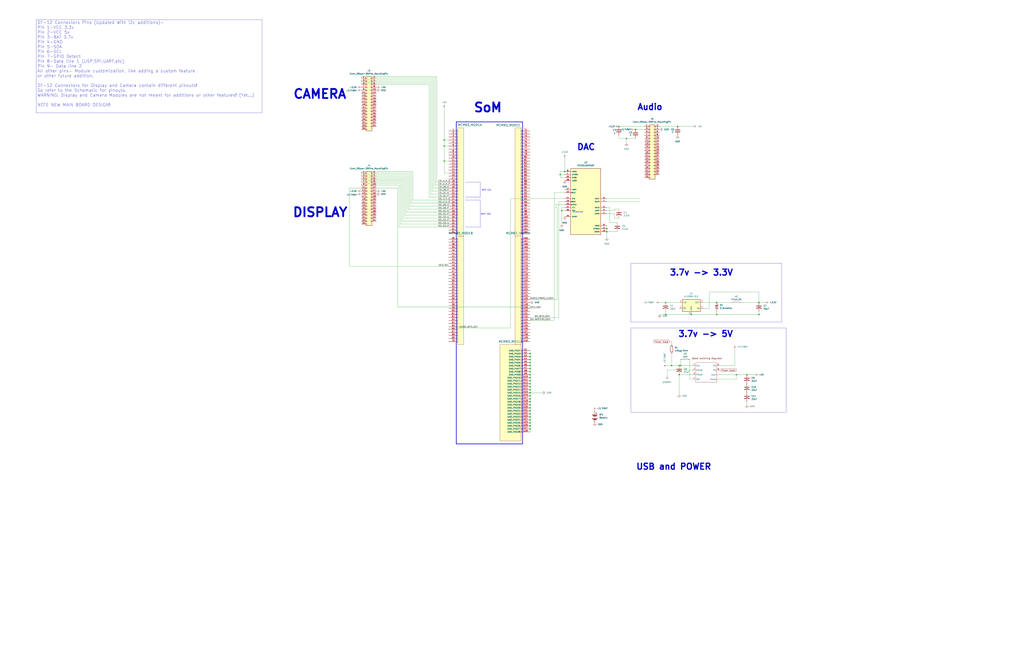
<source format=kicad_sch>
(kicad_sch (version 20250114) (generator "eeschema") (generator_version "9.0")
  (paper "User" 863.6 558.8)
  (lib_symbols
    (symbol "+3.3V_1" (power) (pin_names (offset 0))
      (property "Value" "+3.3V" (at 0 3.556 0))
      (symbol "+3.3V_1_1_1"
        (pin power_in line (at 0 0 90) (length 0) (hide yes) (name "+3.3V") (number "1"))
      )
    )
    (symbol "Connector_Generic_MountingPin:Conn_2Rows-35Pins_MountingPin" (pin_names (offset 1.016) (hide yes))
      (property "Reference" "J3" (at 1.27 26.67 0))
      (property "Value" "Conn_2Rows-35Pins_MountingPin" (at 1.27 24.13 0))
      (symbol "Conn_2Rows-35Pins_MountingPin_1_1"
        (pin passive line (at -5.08 20.32 0) (length 3.81) (name "Pin_1") (number "1"))
        (pin passive line (at -5.08 17.78 0) (length 3.81) (name "Pin_3") (number "3"))
        (pin passive line (at -5.08 15.24 0) (length 3.81) (name "Pin_5") (number "5"))
        (pin passive line (at -5.08 12.7 0) (length 3.81) (name "Pin_7") (number "7"))
        (pin passive line (at -5.08 10.16 0) (length 3.81) (name "Pin_9") (number "9"))
        (pin passive line (at -5.08 7.62 0) (length 3.81) (name "Pin_11") (number "11"))
        (pin passive line (at -5.08 5.08 0) (length 3.81) (name "Pin_13") (number "13"))
        (pin passive line (at -5.08 2.54 0) (length 3.81) (name "Pin_15") (number "15"))
        (pin passive line (at -5.08 0 0) (length 3.81) (name "Pin_17") (number "17"))
        (pin passive line (at -5.08 -2.54 0) (length 3.81) (name "Pin_19") (number "19"))
        (pin passive line (at -5.08 -5.08 0) (length 3.81) (name "Pin_21") (number "21"))
        (pin passive line (at -5.08 -7.62 0) (length 3.81) (name "Pin_23") (number "23"))
        (pin passive line (at -5.08 -10.16 0) (length 3.81) (name "Pin_25") (number "25"))
        (pin passive line (at -5.08 -12.7 0) (length 3.81) (name "Pin_27") (number "27"))
        (pin passive line (at -5.08 -15.24 0) (length 3.81) (name "Pin_29") (number "29"))
        (pin passive line (at -5.08 -17.78 0) (length 3.81) (name "Pin_31") (number "31"))
        (pin passive line (at -5.08 -20.32 0) (length 3.81) (name "Pin_33") (number "33"))
        (pin passive line (at -5.08 -22.86 0) (length 3.81) (name "Pin_35") (number "35"))
        (pin passive line (at 7.62 20.32 180) (length 3.81) (name "Pin_2") (number "2"))
        (pin passive line (at 7.62 17.78 180) (length 3.81) (name "Pin_4") (number "4"))
        (pin passive line (at 7.62 15.24 180) (length 3.81) (name "Pin_6") (number "6"))
        (pin passive line (at 7.62 12.7 180) (length 3.81) (name "Pin_8") (number "8"))
        (pin passive line (at 7.62 10.16 180) (length 3.81) (name "Pin_10") (number "10"))
        (pin passive line (at 7.62 7.62 180) (length 3.81) (name "Pin_12") (number "12"))
        (pin passive line (at 7.62 5.08 180) (length 3.81) (name "Pin_14") (number "14"))
        (pin passive line (at 7.62 2.54 180) (length 3.81) (name "Pin_16") (number "16"))
        (pin passive line (at 7.62 0 180) (length 3.81) (name "Pin_18") (number "18"))
        (pin passive line (at 7.62 -2.54 180) (length 3.81) (name "Pin_20") (number "20"))
        (pin passive line (at 7.62 -5.08 180) (length 3.81) (name "Pin_22") (number "22"))
        (pin passive line (at 7.62 -7.62 180) (length 3.81) (name "Pin_24") (number "24"))
        (pin passive line (at 7.62 -10.16 180) (length 3.81) (name "Pin_26") (number "26"))
        (pin passive line (at 7.62 -12.7 180) (length 3.81) (name "Pin_28") (number "28"))
        (pin passive line (at 7.62 -15.24 180) (length 3.81) (name "Pin_30") (number "30"))
        (pin passive line (at 7.62 -17.78 180) (length 3.81) (name "Pin_32") (number "32"))
        (pin passive line (at 7.62 -20.32 180) (length 3.81) (name "Pin_34") (number "34"))
      )
    )
    (symbol "Device:Battery" (pin_numbers (hide yes)) (pin_names (offset 0) (hide yes))
      (property "Reference" "BT" (at 2.54 2.54 0))
      (property "Value" "Battery" (at 2.54 0 0))
      (symbol "Battery_1_1"
        (pin passive line (at 0 5.08 270) (length 2.54) (name "+") (number "1"))
        (pin passive line (at 0 -5.08 90) (length 2.54) (name "-") (number "2"))
      )
    )
    (symbol "Device:C" (pin_numbers (hide yes)) (pin_names (offset 0.254))
      (property "Reference" "C" (at 0.635 2.54 0))
      (property "Value" "C" (at 0.635 -2.54 0))
      (symbol "C_1_1"
        (pin passive line (at 0 3.81 270) (length 2.794) (name "~") (number "1"))
        (pin passive line (at 0 -3.81 90) (length 2.794) (name "~") (number "2"))
      )
    )
    (symbol "Device:C_US" (pin_numbers (hide yes)) (pin_names (offset 0.254) (hide yes))
      (property "Reference" "C" (at 0.635 2.54 0))
      (property "Value" "C_US" (at 0.635 -2.54 0))
      (symbol "C_US_1_1"
        (pin passive line (at 0 3.81 270) (length 2.794) (name "~") (number "1"))
        (pin passive line (at 0 -3.81 90) (length 3.302) (name "~") (number "2"))
      )
    )
    (symbol "Device:D_Schottky" (pin_numbers (hide yes)) (pin_names (offset 1.016) (hide yes))
      (property "Reference" "D" (at 0 2.54 0))
      (property "Value" "D_Schottky" (at 0 -2.54 0))
      (symbol "D_Schottky_1_1"
        (pin passive line (at -3.81 0 0) (length 2.54) (name "K") (number "1"))
        (pin passive line (at 3.81 0 180) (length 2.54) (name "A") (number "2"))
      )
    )
    (symbol "Device:L" (pin_numbers (hide yes)) (pin_names (offset 1.016) (hide yes))
      (property "Reference" "L" (at -1.27 0 90))
      (property "Value" "L" (at 1.905 0 90))
      (symbol "L_1_1"
        (pin passive line (at 0 3.81 270) (length 1.27) (name "1") (number "1"))
        (pin passive line (at 0 -3.81 90) (length 1.27) (name "2") (number "2"))
      )
    )
    (symbol "Device:R" (pin_numbers (hide yes)) (pin_names (offset 0))
      (property "Reference" "R" (at 2.032 0 90))
      (property "Value" "R" (at 0 0 90))
      (symbol "R_1_1"
        (pin passive line (at 0 3.81 270) (length 1.27) (name "~") (number "1"))
        (pin passive line (at 0 -3.81 90) (length 1.27) (name "~") (number "2"))
      )
    )
    (symbol "GND_1" (power) (pin_names (offset 0))
      (property "Value" "GND" (at 0 -3.81 0))
      (symbol "GND_1_1_1"
        (pin power_in line (at 0 0 270) (length 0) (hide yes) (name "GND") (number "1"))
      )
    )
    (symbol "New_Library:MIC2877-5.0YFT-TR"
      (symbol "MIC2877-5.0YFT-TR_1_1"
        (text "Boost Switching Regulator" (at 0.762 9.906 0) (effects (font (size 1.27 1.27))))
        (pin input line (at -11.43 3.81 0) (length 2.54) (name "Vin") (number "1"))
        (pin input line (at -11.43 0 0) (length 2.54) (name "AGND") (number "2"))
        (pin input line (at -11.43 -3.81 0) (length 2.54) (name "PGND") (number "3"))
        (pin input line (at -11.43 -7.62 0) (length 2.54) (name "SW") (number "4"))
        (pin input line (at 11.43 3.81 180) (length 2.54) (name "EN") (number "6"))
        (pin input line (at 11.43 0 180) (length 2.54) (name "PG") (number "8"))
        (pin output line (at 11.43 -3.81 180) (length 2.54) (name "Vout") (number ""))
        (pin output line (at 11.43 -7.62 180) (length 2.54) (name "Vouts") (number ""))
      )
    )
    (symbol "PCM5102APWR:PCM5102APWR" (pin_names (offset 1.016))
      (property "Reference" "U" (at -12.7 28.94 0))
      (property "Value" "PCM5102APWR" (at -12.7 -30.48 0))
      (symbol "PCM5102APWR_0_0"
        (pin power_in line (at -17.78 25.4 0) (length 5.08) (name "AVDD") (number "8"))
        (pin power_in line (at -17.78 22.86 0) (length 5.08) (name "CPVDD") (number "1"))
        (pin power_in line (at -17.78 20.32 0) (length 5.08) (name "DVDD") (number "20"))
        (pin power_in line (at -17.78 17.78 0) (length 5.08) (name "LDOO") (number "18"))
        (pin input line (at -17.78 10.16 0) (length 5.08) (name "XSMT") (number "17"))
        (pin input clock (at -17.78 7.62 0) (length 5.08) (name "SCK") (number "12"))
        (pin input line (at -17.78 2.54 0) (length 5.08) (name "DIN") (number "14"))
        (pin input clock (at -17.78 0 0) (length 5.08) (name "BCK") (number "13"))
        (pin input clock (at -17.78 -2.54 0) (length 5.08) (name "LRCK") (number "15"))
        (pin input line (at -17.78 -5.08 0) (length 5.08) (name "FLT") (number "11"))
        (pin input line (at -17.78 -7.62 0) (length 5.08) (name "FMT") (number "16"))
        (pin input line (at -17.78 -12.7 0) (length 5.08) (name "DEMP") (number "10"))
        (pin output line (at 17.78 2.54 180) (length 5.08) (name "OUTL") (number "6"))
        (pin output line (at 17.78 0 180) (length 5.08) (name "OUTR") (number "7"))
        (pin output line (at 17.78 -5.08 180) (length 5.08) (name "VNEG") (number "5"))
        (pin passive line (at 17.78 -7.62 180) (length 5.08) (name "CAPP") (number "2"))
        (pin passive line (at 17.78 -10.16 180) (length 5.08) (name "CAPM") (number "4"))
        (pin power_in line (at 17.78 -20.32 180) (length 5.08) (name "AGND") (number "9"))
        (pin power_in line (at 17.78 -22.86 180) (length 5.08) (name "CPGND") (number "3"))
        (pin power_in line (at 17.78 -25.4 180) (length 5.08) (name "DGND") (number "19"))
      )
    )
    (symbol "Regulator_Switching:XL1509-3.3"
      (property "Reference" "U" (at -7.112 6.096 0))
      (property "Value" "XL1509-3.3" (at 5.842 6.096 0))
      (symbol "XL1509-3.3_1_1"
        (pin power_in line (at -10.16 2.54 0) (length 2.54) (name "VIN") (number "1"))
        (pin input line (at -10.16 -2.54 0) (length 2.54) (name "~{EN}") (number "4"))
        (pin power_in line (at 0 -7.62 90) (length 2.54) (name "GND") (number "5"))
        (pin passive line (at 0 -7.62 90) (length 2.54) (hide yes) (name "GND") (number "6"))
        (pin passive line (at 0 -7.62 90) (length 2.54) (hide yes) (name "GND") (number "7"))
        (pin passive line (at 0 -7.62 90) (length 2.54) (hide yes) (name "GND") (number "8"))
        (pin power_out line (at 10.16 2.54 180) (length 2.54) (name "OUT") (number "2"))
        (pin input line (at 10.16 -2.54 180) (length 2.54) (name "FB") (number "3"))
      )
    )
    (symbol "mcm-imx93:MCM93_MOD"
      (property "Reference" "MCM93_MOD" (at 0 0 0))
      (symbol "MCM93_MOD_1_0"
        (pin passive inverted (at 12.7 -2.54 180) (length 7.62) (name "1") (number "1"))
        (pin passive inverted (at 12.7 -5.08 180) (length 7.62) (name "2") (number "2"))
        (pin passive inverted (at 12.7 -7.62 180) (length 7.62) (name "3") (number "3"))
        (pin passive inverted (at 12.7 -10.16 180) (length 7.62) (name "4") (number "4"))
        (pin passive inverted (at 12.7 -12.7 180) (length 7.62) (name "5") (number "5"))
        (pin passive inverted (at 12.7 -15.24 180) (length 7.62) (name "6") (number "6"))
        (pin passive inverted (at 12.7 -17.78 180) (length 7.62) (name "7") (number "7"))
        (pin passive inverted (at 12.7 -20.32 180) (length 7.62) (name "8") (number "8"))
        (pin passive inverted (at 12.7 -22.86 180) (length 7.62) (name "9") (number "9"))
        (pin passive inverted (at 12.7 -25.4 180) (length 7.62) (name "10") (number "10"))
        (pin passive inverted (at 12.7 -27.94 180) (length 7.62) (name "11") (number "11"))
        (pin passive inverted (at 12.7 -30.48 180) (length 7.62) (name "12") (number "12"))
        (pin passive inverted (at 12.7 -33.02 180) (length 7.62) (name "13") (number "13"))
        (pin passive inverted (at 12.7 -35.56 180) (length 7.62) (name "14") (number "14"))
        (pin passive inverted (at 12.7 -38.1 180) (length 7.62) (name "15") (number "15"))
        (pin passive inverted (at 12.7 -40.64 180) (length 7.62) (name "16") (number "16"))
        (pin passive inverted (at 12.7 -43.18 180) (length 7.62) (name "17") (number "17"))
        (pin passive inverted (at 12.7 -45.72 180) (length 7.62) (name "18") (number "18"))
        (pin passive inverted (at 12.7 -48.26 180) (length 7.62) (name "19") (number "19"))
        (pin passive inverted (at 12.7 -50.8 180) (length 7.62) (name "20") (number "20"))
        (pin passive inverted (at 12.7 -53.34 180) (length 7.62) (name "21") (number "21"))
        (pin passive inverted (at 12.7 -55.88 180) (length 7.62) (name "22") (number "22"))
        (pin passive inverted (at 12.7 -58.42 180) (length 7.62) (name "23") (number "23"))
        (pin passive inverted (at 12.7 -60.96 180) (length 7.62) (name "24") (number "24"))
        (pin passive inverted (at 12.7 -63.5 180) (length 7.62) (name "25") (number "25"))
        (pin passive inverted (at 12.7 -66.04 180) (length 7.62) (name "26") (number "26"))
        (pin passive inverted (at 12.7 -68.58 180) (length 7.62) (name "27") (number "27"))
        (pin passive inverted (at 12.7 -71.12 180) (length 7.62) (name "28") (number "28"))
        (pin passive inverted (at 12.7 -73.66 180) (length 7.62) (name "29") (number "29"))
        (pin passive inverted (at 12.7 -76.2 180) (length 7.62) (name "30") (number "30"))
        (pin passive inverted (at 12.7 -78.74 180) (length 7.62) (name "31") (number "31"))
        (pin passive inverted (at 12.7 -81.28 180) (length 7.62) (name "32") (number "32"))
        (pin passive inverted (at 12.7 -83.82 180) (length 7.62) (name "33") (number "33"))
        (pin passive inverted (at 12.7 -86.36 180) (length 7.62) (name "34") (number "34"))
        (pin passive inverted (at 12.7 -88.9 180) (length 7.62) (name "35") (number "35"))
      )
      (symbol "MCM93_MOD_2_0"
        (pin passive inverted (at 12.7 -2.54 180) (length 7.62) (name "1") (number "36"))
        (pin passive inverted (at 12.7 -5.08 180) (length 7.62) (name "2") (number "37"))
        (pin passive inverted (at 12.7 -7.62 180) (length 7.62) (name "3") (number "38"))
        (pin passive inverted (at 12.7 -10.16 180) (length 7.62) (name "4") (number "39"))
        (pin passive inverted (at 12.7 -12.7 180) (length 7.62) (name "5") (number "40"))
        (pin passive inverted (at 12.7 -15.24 180) (length 7.62) (name "6") (number "41"))
        (pin passive inverted (at 12.7 -17.78 180) (length 7.62) (name "7") (number "42"))
        (pin passive inverted (at 12.7 -20.32 180) (length 7.62) (name "8") (number "43"))
        (pin passive inverted (at 12.7 -22.86 180) (length 7.62) (name "9") (number "44"))
        (pin passive inverted (at 12.7 -25.4 180) (length 7.62) (name "10") (number "45"))
        (pin passive inverted (at 12.7 -27.94 180) (length 7.62) (name "11") (number "46"))
        (pin passive inverted (at 12.7 -30.48 180) (length 7.62) (name "12") (number "47"))
        (pin passive inverted (at 12.7 -33.02 180) (length 7.62) (name "13") (number "48"))
        (pin passive inverted (at 12.7 -35.56 180) (length 7.62) (name "14") (number "49"))
        (pin passive inverted (at 12.7 -38.1 180) (length 7.62) (name "15") (number "50"))
        (pin passive inverted (at 12.7 -40.64 180) (length 7.62) (name "16") (number "51"))
        (pin passive inverted (at 12.7 -43.18 180) (length 7.62) (name "17") (number "52"))
        (pin passive inverted (at 12.7 -45.72 180) (length 7.62) (name "18") (number "53"))
        (pin passive inverted (at 12.7 -48.26 180) (length 7.62) (name "19") (number "54"))
        (pin passive inverted (at 12.7 -50.8 180) (length 7.62) (name "20") (number "55"))
        (pin passive inverted (at 12.7 -53.34 180) (length 7.62) (name "21") (number "56"))
        (pin passive inverted (at 12.7 -55.88 180) (length 7.62) (name "22") (number "57"))
        (pin passive inverted (at 12.7 -58.42 180) (length 7.62) (name "23") (number "58"))
        (pin passive inverted (at 12.7 -60.96 180) (length 7.62) (name "24") (number "59"))
        (pin passive inverted (at 12.7 -63.5 180) (length 7.62) (name "25") (number "60"))
        (pin passive inverted (at 12.7 -66.04 180) (length 7.62) (name "26") (number "61"))
        (pin passive inverted (at 12.7 -68.58 180) (length 7.62) (name "27") (number "62"))
        (pin passive inverted (at 12.7 -71.12 180) (length 7.62) (name "28") (number "63"))
        (pin passive inverted (at 12.7 -73.66 180) (length 7.62) (name "29") (number "64"))
        (pin passive inverted (at 12.7 -76.2 180) (length 7.62) (name "30") (number "65"))
        (pin passive inverted (at 12.7 -78.74 180) (length 7.62) (name "31") (number "66"))
        (pin passive inverted (at 12.7 -81.28 180) (length 7.62) (name "32") (number "67"))
        (pin passive inverted (at 12.7 -83.82 180) (length 7.62) (name "33") (number "68"))
        (pin passive inverted (at 12.7 -86.36 180) (length 7.62) (name "34") (number "69"))
        (pin passive inverted (at 12.7 -88.9 180) (length 7.62) (name "35") (number "70"))
      )
      (symbol "MCM93_MOD_3_0"
        (pin passive inverted (at 12.7 -2.54 180) (length 7.62) (name "1") (number "71"))
        (pin passive inverted (at 12.7 -5.08 180) (length 7.62) (name "2") (number "72"))
        (pin passive inverted (at 12.7 -7.62 180) (length 7.62) (name "3") (number "73"))
        (pin passive inverted (at 12.7 -10.16 180) (length 7.62) (name "4") (number "74"))
        (pin passive inverted (at 12.7 -12.7 180) (length 7.62) (name "5") (number "75"))
        (pin passive inverted (at 12.7 -15.24 180) (length 7.62) (name "6") (number "76"))
        (pin passive inverted (at 12.7 -17.78 180) (length 7.62) (name "7") (number "77"))
        (pin passive inverted (at 12.7 -20.32 180) (length 7.62) (name "8") (number "78"))
        (pin passive inverted (at 12.7 -22.86 180) (length 7.62) (name "9") (number "79"))
        (pin passive inverted (at 12.7 -25.4 180) (length 7.62) (name "10") (number "80"))
        (pin passive inverted (at 12.7 -27.94 180) (length 7.62) (name "11") (number "81"))
        (pin passive inverted (at 12.7 -30.48 180) (length 7.62) (name "12") (number "82"))
        (pin passive inverted (at 12.7 -33.02 180) (length 7.62) (name "13") (number "83"))
        (pin passive inverted (at 12.7 -35.56 180) (length 7.62) (name "14") (number "84"))
        (pin passive inverted (at 12.7 -38.1 180) (length 7.62) (name "15") (number "85"))
        (pin passive inverted (at 12.7 -40.64 180) (length 7.62) (name "16") (number "86"))
        (pin passive inverted (at 12.7 -43.18 180) (length 7.62) (name "17") (number "87"))
        (pin passive inverted (at 12.7 -45.72 180) (length 7.62) (name "18") (number "88"))
        (pin passive inverted (at 12.7 -48.26 180) (length 7.62) (name "19") (number "89"))
        (pin passive inverted (at 12.7 -50.8 180) (length 7.62) (name "20") (number "90"))
        (pin passive inverted (at 12.7 -53.34 180) (length 7.62) (name "21") (number "91"))
        (pin passive inverted (at 12.7 -55.88 180) (length 7.62) (name "22") (number "92"))
        (pin passive inverted (at 12.7 -58.42 180) (length 7.62) (name "23") (number "93"))
        (pin passive inverted (at 12.7 -60.96 180) (length 7.62) (name "24") (number "94"))
        (pin passive inverted (at 12.7 -63.5 180) (length 7.62) (name "25") (number "95"))
        (pin passive inverted (at 12.7 -66.04 180) (length 7.62) (name "26") (number "96"))
        (pin passive inverted (at 12.7 -68.58 180) (length 7.62) (name "27") (number "97"))
        (pin passive inverted (at 12.7 -71.12 180) (length 7.62) (name "28") (number "98"))
        (pin passive inverted (at 12.7 -73.66 180) (length 7.62) (name "29") (number "99"))
        (pin passive inverted (at 12.7 -76.2 180) (length 7.62) (name "30") (number "100"))
        (pin passive inverted (at 12.7 -78.74 180) (length 7.62) (name "31") (number "101"))
        (pin passive inverted (at 12.7 -81.28 180) (length 7.62) (name "32") (number "102"))
        (pin passive inverted (at 12.7 -83.82 180) (length 7.62) (name "33") (number "103"))
        (pin passive inverted (at 12.7 -86.36 180) (length 7.62) (name "34") (number "104"))
        (pin passive inverted (at 12.7 -88.9 180) (length 7.62) (name "35") (number "105"))
      )
      (symbol "MCM93_MOD_4_0"
        (pin passive inverted (at 12.7 -2.54 180) (length 7.62) (name "1") (number "106"))
        (pin passive inverted (at 12.7 -5.08 180) (length 7.62) (name "2") (number "107"))
        (pin passive inverted (at 12.7 -7.62 180) (length 7.62) (name "3") (number "108"))
        (pin passive inverted (at 12.7 -10.16 180) (length 7.62) (name "4") (number "109"))
        (pin passive inverted (at 12.7 -12.7 180) (length 7.62) (name "5") (number "110"))
        (pin passive inverted (at 12.7 -15.24 180) (length 7.62) (name "6") (number "111"))
        (pin passive inverted (at 12.7 -17.78 180) (length 7.62) (name "7") (number "112"))
        (pin passive inverted (at 12.7 -20.32 180) (length 7.62) (name "8") (number "113"))
        (pin passive inverted (at 12.7 -22.86 180) (length 7.62) (name "9") (number "114"))
        (pin passive inverted (at 12.7 -25.4 180) (length 7.62) (name "10") (number "115"))
        (pin passive inverted (at 12.7 -27.94 180) (length 7.62) (name "11") (number "116"))
        (pin passive inverted (at 12.7 -30.48 180) (length 7.62) (name "12") (number "117"))
        (pin passive inverted (at 12.7 -33.02 180) (length 7.62) (name "13") (number "118"))
        (pin passive inverted (at 12.7 -35.56 180) (length 7.62) (name "14") (number "119"))
        (pin passive inverted (at 12.7 -38.1 180) (length 7.62) (name "15") (number "120"))
        (pin passive inverted (at 12.7 -40.64 180) (length 7.62) (name "16") (number "121"))
        (pin passive inverted (at 12.7 -43.18 180) (length 7.62) (name "17") (number "122"))
        (pin passive inverted (at 12.7 -45.72 180) (length 7.62) (name "18") (number "123"))
        (pin passive inverted (at 12.7 -48.26 180) (length 7.62) (name "19") (number "124"))
        (pin passive inverted (at 12.7 -50.8 180) (length 7.62) (name "20") (number "125"))
        (pin passive inverted (at 12.7 -53.34 180) (length 7.62) (name "21") (number "126"))
        (pin passive inverted (at 12.7 -55.88 180) (length 7.62) (name "22") (number "127"))
        (pin passive inverted (at 12.7 -58.42 180) (length 7.62) (name "23") (number "128"))
        (pin passive inverted (at 12.7 -60.96 180) (length 7.62) (name "24") (number "129"))
        (pin passive inverted (at 12.7 -63.5 180) (length 7.62) (name "25") (number "130"))
        (pin passive inverted (at 12.7 -66.04 180) (length 7.62) (name "26") (number "131"))
        (pin passive inverted (at 12.7 -68.58 180) (length 7.62) (name "27") (number "132"))
        (pin passive inverted (at 12.7 -71.12 180) (length 7.62) (name "28") (number "133"))
        (pin passive inverted (at 12.7 -73.66 180) (length 7.62) (name "29") (number "134"))
        (pin passive inverted (at 12.7 -76.2 180) (length 7.62) (name "30") (number "135"))
        (pin passive inverted (at 12.7 -78.74 180) (length 7.62) (name "31") (number "136"))
        (pin passive inverted (at 12.7 -81.28 180) (length 7.62) (name "32") (number "137"))
        (pin passive inverted (at 12.7 -83.82 180) (length 7.62) (name "33") (number "138"))
        (pin passive inverted (at 12.7 -86.36 180) (length 7.62) (name "34") (number "139"))
        (pin passive inverted (at 12.7 -88.9 180) (length 7.62) (name "35") (number "140"))
      )
      (symbol "MCM93_MOD_5_0"
        (pin passive inverted (at 25.4 -5.08 180) (length 7.62) (name "GND_PAD1") (number "G1"))
        (pin passive inverted (at 25.4 -7.62 180) (length 7.62) (name "GND_PAD2") (number "G2"))
        (pin passive inverted (at 25.4 -10.16 180) (length 7.62) (name "GND_PAD3") (number "G3"))
        (pin passive inverted (at 25.4 -12.7 180) (length 7.62) (name "GND_PAD4") (number "G4"))
        (pin passive inverted (at 25.4 -15.24 180) (length 7.62) (name "GND_PAD5") (number "G5"))
        (pin passive inverted (at 25.4 -17.78 180) (length 7.62) (name "GND_PAD6") (number "G6"))
        (pin passive inverted (at 25.4 -20.32 180) (length 7.62) (name "GND_PAD7") (number "G7"))
        (pin passive inverted (at 25.4 -22.86 180) (length 7.62) (name "GND_PAD8") (number "G8"))
        (pin passive inverted (at 25.4 -25.4 180) (length 7.62) (name "GND_PAD9") (number "G9"))
        (pin passive inverted (at 25.4 -27.94 180) (length 7.62) (name "GND_PAD10") (number "G10"))
        (pin passive inverted (at 25.4 -30.48 180) (length 7.62) (name "GND_PAD11") (number "G11"))
        (pin passive inverted (at 25.4 -33.02 180) (length 7.62) (name "GND_PAD12") (number "G12"))
        (pin passive inverted (at 25.4 -35.56 180) (length 7.62) (name "GND_PAD13") (number "G13"))
        (pin passive inverted (at 25.4 -38.1 180) (length 7.62) (name "GND_PAD14") (number "G14"))
        (pin passive inverted (at 25.4 -40.64 180) (length 7.62) (name "GND_PAD15") (number "G15"))
        (pin passive inverted (at 25.4 -43.18 180) (length 7.62) (name "GND_PAD16") (number "G16"))
        (pin passive inverted (at 25.4 -45.72 180) (length 7.62) (name "GND_PAD17") (number "G17"))
        (pin passive inverted (at 25.4 -48.26 180) (length 7.62) (name "GND_PAD18") (number "G18"))
        (pin passive inverted (at 25.4 -50.8 180) (length 7.62) (name "GND_PAD19") (number "G19"))
        (pin passive inverted (at 25.4 -53.34 180) (length 7.62) (name "GND_PAD20") (number "G20"))
        (pin passive inverted (at 25.4 -55.88 180) (length 7.62) (name "GND_PAD21") (number "G21"))
        (pin passive inverted (at 25.4 -58.42 180) (length 7.62) (name "GND_PAD22") (number "G22"))
        (pin passive inverted (at 25.4 -60.96 180) (length 7.62) (name "GND_PAD23") (number "G23"))
        (pin passive inverted (at 25.4 -63.5 180) (length 7.62) (name "GND_PAD24") (number "G24"))
        (pin passive inverted (at 25.4 -66.04 180) (length 7.62) (name "GND_PAD25") (number "G25"))
        (pin passive inverted (at 25.4 -68.58 180) (length 7.62) (name "GND_PAD26") (number "G26"))
        (pin passive inverted (at 25.4 -71.12 180) (length 7.62) (name "GND_PAD27") (number "G27"))
        (pin passive inverted (at 25.4 -73.66 180) (length 7.62) (name "GND_PAD28") (number "G28"))
      )
    )
    (symbol "power:+3.3V" (power) (pin_numbers (hide yes)) (pin_names (offset 0) (hide yes))
      (property "Value" "+3.3V" (at 0 3.556 0))
      (symbol "+3.3V_1_1"
        (pin power_in line (at 0 0 90) (length 0) (name "~") (number "1"))
      )
    )
    (symbol "power:+5V" (power) (pin_numbers (hide yes)) (pin_names (offset 0) (hide yes))
      (property "Value" "+5V" (at 0 3.556 0))
      (symbol "+5V_1_1"
        (pin power_in line (at 0 0 90) (length 0) (name "~") (number "1"))
      )
    )
    (symbol "power:GND" (power) (pin_numbers (hide yes)) (pin_names (offset 0) (hide yes))
      (property "Value" "GND" (at 0 -3.81 0))
      (symbol "GND_1_1"
        (pin power_in line (at 0 0 270) (length 0) (name "~") (number "1"))
      )
    )
    (symbol "power:GNDREF" (power) (pin_numbers (hide yes)) (pin_names (offset 0) (hide yes))
      (property "Value" "GNDREF" (at 0 -3.81 0))
      (symbol "GNDREF_1_1"
        (pin power_in line (at 0 0 270) (length 0) (name "~") (number "1"))
      )
    )
  )
  (rectangle (start 532.13 222.25) (end 659.13 271.78))
  (rectangle (start 384.81 102.87) (end 440.69 374.65) (stroke (width 0.508)))
  (rectangle (start 532.13 276.86) (end 662.94 347.98))
  (text "3.7v -> 5V" (at 595.122 281.94 0) (effects (font (size 5.08 5.08) (thickness 1.016) (bold yes))))
  (text "MIPI CSI" (at 410.21 160.528 0) (effects (font (size 1.27 1.27))))
  (text "DAC" (at 494.284 124.206 0) (effects (font (size 5.08 5.08) (thickness 1.016) (bold yes))))
  (text "SoM" (at 411.48 90.932 0) (effects (font (size 7.62 7.62) (thickness 1.524) (bold yes))))
  (text "MIPI-DSI" (at 409.702 180.848 0) (effects (font (size 1.27 1.27))))
  (text "3.7v -> 3.3V" (at 591.566 230.124 0) (effects (font (size 5.08 5.08) (thickness 1.016) (bold yes))))
  (text "USB and POWER" (at 568.198 393.954 0) (effects (font (size 5.08 5.08) (thickness 1.016) (bold yes))))
  (text "Audio" (at 548.132 90.424 0) (effects (font (size 5.08 5.08) (thickness 1.016) (bold yes))))
  (text "Low to get I2C Format" (at 487.172 179.07 0) (effects (font (size 0.508 0.508))))
  (text "DISPLAY" (at 270.002 179.324 0) (effects (font (size 7.62 7.62) (thickness 1.524) (bold yes))))
  (text "CAMERA" (at 269.748 79.502 0) (effects (font (size 7.62 7.62) (thickness 1.524) (bold yes))))
  (text_box "DF-12 Connectors Pins (Updated With i2c additions)- \nPin 1-VCC 3.3v\nPin 2-VCC 5v\nPin 3-BAT 3.7v\nPin 4-GND\nPin 5-SDA\nPin 6-SCL\nPin 7-GPIO Detect\nPin 8-Data line 1 (USP,SPI,UART,etc)\nPin 9- Data line 2\nAll other pins- Module customization, like adding a custom feature\nor other future addition.\n\nDF-12 Connectors for Display and Camera contain different pinouts!\nSo refer to the Schematic for pinouts.\nWARNING: Display and Camera Modules are not meant for additions or other features! (Yet...)\n\nNOTE NEW MAIN BOARD DESIGN!" (at 30.48 16.51 0) (size 190.5 78.74) (margins 0.9525 0.9525 0.9525 0.9525) (effects (font (size 2.54 2.54)) (justify left top)))
  (junction (at 447.04 306.07))
  (junction (at 571.5 106.68))
  (junction (at 447.04 323.85))
  (junction (at 621.03 316.23))
  (junction (at 374.65 123.19))
  (junction (at 640.08 255.27))
  (junction (at 447.04 321.31))
  (junction (at 572.77 308.61))
  (junction (at 447.04 354.33))
  (junction (at 629.92 316.23))
  (junction (at 447.04 303.53))
  (junction (at 447.04 300.99))
  (junction (at 511.81 193.04))
  (junction (at 574.04 308.61))
  (junction (at 447.04 359.41))
  (junction (at 447.04 311.15))
  (junction (at 535.94 109.22))
  (junction (at 561.34 255.27))
  (junction (at 604.52 265.43))
  (junction (at 447.04 341.63))
  (junction (at 447.04 318.77))
  (junction (at 561.34 265.43))
  (junction (at 528.32 116.84))
  (junction (at 447.04 328.93))
  (junction (at 566.42 308.61))
  (junction (at 473.71 177.8))
  (junction (at 572.77 316.23))
  (junction (at 447.04 334.01))
  (junction (at 447.04 331.47))
  (junction (at 521.97 106.68))
  (junction (at 447.04 313.69))
  (junction (at 447.04 344.17))
  (junction (at 511.81 195.58))
  (junction (at 374.65 118.11))
  (junction (at 447.04 316.23))
  (junction (at 447.04 346.71))
  (junction (at 447.04 356.87))
  (junction (at 604.52 255.27))
  (junction (at 447.04 351.79))
  (junction (at 476.25 144.78))
  (junction (at 447.04 361.95))
  (junction (at 447.04 339.09))
  (junction (at 640.08 265.43))
  (junction (at 447.04 326.39))
  (junction (at 447.04 336.55))
  (junction (at 447.04 349.25))
  (junction (at 447.04 308.61))
  (junction (at 374.65 135.89))
  (junction (at 447.04 298.45))
  (junction (at 582.93 265.43))
  (junction (at 472.44 147.32))
  (wire (pts (xy 378.46 173.99) (xy 345.44 173.99)))
  (wire (pts (xy 447.04 295.91) (xy 447.04 298.45)))
  (wire (pts (xy 521.97 106.68) (xy 543.56 106.68)))
  (wire (pts (xy 566.42 288.29) (xy 565.15 288.29)))
  (wire (pts (xy 518.16 184.15) (xy 521.97 184.15)))
  (wire (pts (xy 447.04 259.08) (xy 335.28 259.08)))
  (wire (pts (xy 447.04 321.31) (xy 447.04 323.85)))
  (wire (pts (xy 447.04 359.41) (xy 447.04 361.95)))
  (wire (pts (xy 447.04 267.97) (xy 471.17 267.97)))
  (wire (pts (xy 317.5 68.58) (xy 364.49 68.58)))
  (wire (pts (xy 584.2 106.68) (xy 571.5 106.68)))
  (wire (pts (xy 556.26 255.27) (xy 561.34 255.27)))
  (wire (pts (xy 535.94 109.22) (xy 543.56 109.22)))
  (wire (pts (xy 598.17 246.38) (xy 640.08 246.38)))
  (wire (pts (xy 518.16 177.8) (xy 518.16 176.53)))
  (wire (pts (xy 447.04 346.71) (xy 447.04 349.25)))
  (wire (pts (xy 378.46 118.11) (xy 374.65 118.11)))
  (wire (pts (xy 294.64 158.75) (xy 304.8 158.75)))
  (wire (pts (xy 337.82 189.23) (xy 378.46 189.23)))
  (wire (pts (xy 367.03 156.21) (xy 367.03 66.04)))
  (wire (pts (xy 447.04 311.15) (xy 447.04 313.69)))
  (wire (pts (xy 469.9 252.73) (xy 469.9 175.26)))
  (wire (pts (xy 365.76 158.75) (xy 378.46 158.75)))
  (wire (pts (xy 566.42 308.61) (xy 572.77 308.61)))
  (wire (pts (xy 471.17 267.97) (xy 471.17 170.18)))
  (wire (pts (xy 342.9 149.86) (xy 304.8 149.86)))
  (wire (pts (xy 340.36 152.4) (xy 304.8 152.4)))
  (wire (pts (xy 304.8 149.86) (xy 304.8 151.13)))
  (wire (pts (xy 521.97 116.84) (xy 528.32 116.84)))
  (wire (pts (xy 378.46 146.05) (xy 374.65 146.05)))
  (wire (pts (xy 584.2 312.42) (xy 562.61 312.42)))
  (wire (pts (xy 617.22 255.27) (xy 604.52 255.27)))
  (wire (pts (xy 607.06 320.04) (xy 621.03 320.04)))
  (polyline (pts (xy 392.43 153.67) (xy 405.13 153.67)))
  (wire (pts (xy 476.25 175.26) (xy 473.71 175.26)))
  (wire (pts (xy 572.77 316.23) (xy 584.2 316.23)))
  (wire (pts (xy 341.63 151.13) (xy 341.63 181.61)))
  (wire (pts (xy 471.17 170.18) (xy 476.25 170.18)))
  (wire (pts (xy 447.04 316.23) (xy 447.04 318.77)))
  (wire (pts (xy 472.44 144.78) (xy 476.25 144.78)))
  (wire (pts (xy 447.04 351.79) (xy 447.04 354.33)))
  (wire (pts (xy 574.04 303.53) (xy 574.04 308.61)))
  (wire (pts (xy 304.8 152.4) (xy 304.8 153.67)))
  (wire (pts (xy 561.34 262.89) (xy 561.34 265.43)))
  (wire (pts (xy 374.65 123.19) (xy 374.65 135.89)))
  (wire (pts (xy 476.25 162.56) (xy 467.36 162.56)))
  (wire (pts (xy 378.46 171.45) (xy 346.71 171.45)))
  (wire (pts (xy 447.04 326.39) (xy 447.04 328.93)))
  (wire (pts (xy 562.61 312.42) (xy 562.61 317.5)))
  (wire (pts (xy 640.08 265.43) (xy 641.35 265.43)))
  (polyline (pts (xy 405.13 168.91) (xy 405.13 191.77)))
  (wire (pts (xy 574.04 308.61) (xy 572.77 308.61)))
  (wire (pts (xy 447.04 323.85) (xy 447.04 326.39)))
  (wire (pts (xy 368.3 64.77) (xy 304.8 64.77)))
  (wire (pts (xy 317.5 151.13) (xy 341.63 151.13)))
  (wire (pts (xy 561.34 255.27) (xy 572.77 255.27)))
  (wire (pts (xy 374.65 118.11) (xy 374.65 123.19)))
  (wire (pts (xy 374.65 135.89) (xy 374.65 146.05)))
  (wire (pts (xy 604.52 265.43) (xy 640.08 265.43)))
  (wire (pts (xy 447.04 349.25) (xy 447.04 351.79)))
  (polyline (pts (xy 405.13 153.67) (xy 405.13 166.37)))
  (wire (pts (xy 378.46 153.67) (xy 368.3 153.67)))
  (wire (pts (xy 472.44 147.32) (xy 472.44 144.78)))
  (wire (pts (xy 607.06 308.61) (xy 619.76 308.61)))
  (wire (pts (xy 340.36 184.15) (xy 340.36 152.4)))
  (wire (pts (xy 566.42 288.29) (xy 566.42 290.83)))
  (wire (pts (xy 476.25 133.35) (xy 476.25 144.78)))
  (wire (pts (xy 430.53 276.86) (xy 430.53 167.64)))
  (wire (pts (xy 304.8 64.77) (xy 304.8 66.04)))
  (wire (pts (xy 447.04 336.55) (xy 447.04 339.09)))
  (wire (pts (xy 629.92 341.63) (xy 629.92 339.09)))
  (wire (pts (xy 344.17 148.59) (xy 317.5 148.59)))
  (wire (pts (xy 344.17 176.53) (xy 344.17 148.59)))
  (wire (pts (xy 447.04 318.77) (xy 447.04 321.31)))
  (wire (pts (xy 574.04 308.61) (xy 584.2 308.61)))
  (wire (pts (xy 368.3 153.67) (xy 368.3 64.77)))
  (wire (pts (xy 447.04 331.47) (xy 447.04 334.01)))
  (wire (pts (xy 518.16 176.53) (xy 521.97 176.53)))
  (wire (pts (xy 378.46 176.53) (xy 344.17 176.53)))
  (wire (pts (xy 447.04 334.01) (xy 447.04 336.55)))
  (wire (pts (xy 447.04 354.33) (xy 447.04 356.87)))
  (wire (pts (xy 335.28 259.08) (xy 335.28 158.75)))
  (wire (pts (xy 604.52 255.27) (xy 593.09 255.27)))
  (wire (pts (xy 447.04 339.09) (xy 447.04 341.63)))
  (wire (pts (xy 511.81 175.26) (xy 514.35 175.26)))
  (wire (pts (xy 378.46 224.79) (xy 294.64 224.79)))
  (wire (pts (xy 476.25 149.86) (xy 472.44 149.86)))
  (wire (pts (xy 317.5 156.21) (xy 336.55 156.21)))
  (wire (pts (xy 304.8 144.78) (xy 304.8 146.05)))
  (wire (pts (xy 645.16 255.27) (xy 640.08 255.27)))
  (wire (pts (xy 447.04 361.95) (xy 447.04 364.49)))
  (wire (pts (xy 378.46 123.19) (xy 374.65 123.19)))
  (wire (pts (xy 629.92 316.23) (xy 636.27 316.23)))
  (wire (pts (xy 447.04 328.93) (xy 447.04 331.47)))
  (wire (pts (xy 561.34 265.43) (xy 582.93 265.43)))
  (wire (pts (xy 363.22 69.85) (xy 304.8 69.85)))
  (wire (pts (xy 528.32 116.84) (xy 528.32 120.65)))
  (wire (pts (xy 566.42 298.45) (xy 566.42 308.61)))
  (wire (pts (xy 518.16 180.34) (xy 518.16 184.15)))
  (wire (pts (xy 363.22 163.83) (xy 378.46 163.83)))
  (wire (pts (xy 582.93 265.43) (xy 604.52 265.43)))
  (wire (pts (xy 469.9 252.73) (xy 447.04 252.73)))
  (wire (pts (xy 447.04 344.17) (xy 447.04 346.71)))
  (wire (pts (xy 447.04 303.53) (xy 447.04 306.07)))
  (wire (pts (xy 447.04 298.45) (xy 447.04 300.99)))
  (wire (pts (xy 528.32 116.84) (xy 535.94 116.84)))
  (wire (pts (xy 367.03 156.21) (xy 378.46 156.21)))
  (wire (pts (xy 304.8 154.94) (xy 304.8 156.21)))
  (wire (pts (xy 640.08 262.89) (xy 640.08 265.43)))
  (wire (pts (xy 339.09 153.67) (xy 339.09 186.69)))
  (wire (pts (xy 584.2 320.04) (xy 581.66 320.04)))
  (wire (pts (xy 447.04 341.63) (xy 447.04 344.17)))
  (wire (pts (xy 607.06 316.23) (xy 621.03 316.23)))
  (wire (pts (xy 335.28 158.75) (xy 317.5 158.75)))
  (wire (pts (xy 640.08 255.27) (xy 624.84 255.27)))
  (wire (pts (xy 619.76 294.64) (xy 619.76 308.61)))
  (wire (pts (xy 345.44 173.99) (xy 345.44 147.32)))
  (wire (pts (xy 378.46 184.15) (xy 340.36 184.15)))
  (wire (pts (xy 363.22 163.83) (xy 363.22 69.85)))
  (wire (pts (xy 571.5 106.68) (xy 556.26 106.68)))
  (wire (pts (xy 447.04 300.99) (xy 447.04 303.53)))
  (wire (pts (xy 304.8 147.32) (xy 304.8 148.59)))
  (wire (pts (xy 447.04 331.47) (xy 457.2 331.47)))
  (wire (pts (xy 511.81 195.58) (xy 520.7 195.58)))
  (wire (pts (xy 476.25 177.8) (xy 473.71 177.8)))
  (wire (pts (xy 447.04 308.61) (xy 447.04 311.15)))
  (wire (pts (xy 604.52 262.89) (xy 604.52 265.43)))
  (wire (pts (xy 317.5 71.12) (xy 361.95 71.12)))
  (wire (pts (xy 472.44 147.32) (xy 476.25 147.32)))
  (wire (pts (xy 345.44 147.32) (xy 304.8 147.32)))
  (polyline (pts (xy 392.43 168.91) (xy 405.13 168.91)))
  (wire (pts (xy 361.95 71.12) (xy 361.95 166.37)))
  (wire (pts (xy 640.08 246.38) (xy 640.08 255.27)))
  (wire (pts (xy 581.66 303.53) (xy 581.66 320.04)))
  (polyline (pts (xy 392.43 166.37) (xy 405.13 166.37)))
  (wire (pts (xy 511.81 177.8) (xy 518.16 177.8)))
  (wire (pts (xy 317.5 153.67) (xy 339.09 153.67)))
  (wire (pts (xy 294.64 224.79) (xy 294.64 158.75)))
  (wire (pts (xy 361.95 166.37) (xy 378.46 166.37)))
  (wire (pts (xy 430.53 167.64) (xy 476.25 167.64)))
  (wire (pts (xy 621.03 316.23) (xy 629.92 316.23)))
  (wire (pts (xy 514.35 187.96) (xy 520.7 187.96)))
  (wire (pts (xy 472.44 149.86) (xy 472.44 147.32)))
  (wire (pts (xy 346.71 171.45) (xy 346.71 146.05)))
  (wire (pts (xy 337.82 189.23) (xy 337.82 154.94)))
  (wire (pts (xy 364.49 161.29) (xy 378.46 161.29)))
  (wire (pts (xy 473.71 177.8) (xy 473.71 189.23)))
  (wire (pts (xy 378.46 135.89) (xy 374.65 135.89)))
  (wire (pts (xy 447.04 356.87) (xy 447.04 359.41)))
  (wire (pts (xy 521.97 116.84) (xy 521.97 114.3)))
  (wire (pts (xy 347.98 144.78) (xy 304.8 144.78)))
  (wire (pts (xy 304.8 69.85) (xy 304.8 71.12)))
  (wire (pts (xy 593.09 260.35) (xy 598.17 260.35)))
  (wire (pts (xy 337.82 154.94) (xy 304.8 154.94)))
  (wire (pts (xy 473.71 175.26) (xy 473.71 177.8)))
  (wire (pts (xy 514.35 175.26) (xy 514.35 187.96)))
  (wire (pts (xy 364.49 68.58) (xy 364.49 161.29)))
  (wire (pts (xy 339.09 186.69) (xy 378.46 186.69)))
  (wire (pts (xy 572.77 332.74) (xy 572.77 316.23)))
  (wire (pts (xy 511.81 170.18) (xy 539.75 170.18)))
  (wire (pts (xy 468.63 175.26) (xy 468.63 172.72)))
  (wire (pts (xy 336.55 191.77) (xy 378.46 191.77)))
  (wire (pts (xy 378.46 276.86) (xy 430.53 276.86)))
  (wire (pts (xy 469.9 175.26) (xy 468.63 175.26)))
  (wire (pts (xy 341.63 181.61) (xy 378.46 181.61)))
  (wire (pts (xy 365.76 67.31) (xy 304.8 67.31)))
  (wire (pts (xy 511.81 167.64) (xy 539.75 167.64)))
  (wire (pts (xy 365.76 158.75) (xy 365.76 67.31)))
  (wire (pts (xy 304.8 67.31) (xy 304.8 68.58)))
  (wire (pts (xy 447.04 306.07) (xy 447.04 308.61)))
  (wire (pts (xy 556.26 265.43) (xy 561.34 265.43)))
  (wire (pts (xy 347.98 168.91) (xy 378.46 168.91)))
  (wire (pts (xy 511.81 180.34) (xy 518.16 180.34)))
  (wire (pts (xy 336.55 156.21) (xy 336.55 191.77)))
  (wire (pts (xy 511.81 193.04) (xy 511.81 195.58)))
  (wire (pts (xy 342.9 179.07) (xy 342.9 149.86)))
  (polyline (pts (xy 392.43 191.77) (xy 405.13 191.77)))
  (wire (pts (xy 511.81 190.5) (xy 511.81 193.04)))
  (wire (pts (xy 468.63 172.72) (xy 476.25 172.72)))
  (wire (pts (xy 621.03 320.04) (xy 621.03 316.23)))
  (wire (pts (xy 374.65 91.44) (xy 374.65 118.11)))
  (wire (pts (xy 347.98 168.91) (xy 347.98 144.78)))
  (wire (pts (xy 447.04 313.69) (xy 447.04 316.23)))
  (wire (pts (xy 598.17 260.35) (xy 598.17 246.38)))
  (wire (pts (xy 467.36 162.56) (xy 467.36 270.51)))
  (wire (pts (xy 378.46 179.07) (xy 342.9 179.07)))
  (wire (pts (xy 447.04 260.35) (xy 447.04 259.08)))
  (wire (pts (xy 346.71 146.05) (xy 317.5 146.05)))
  (wire (pts (xy 367.03 66.04) (xy 317.5 66.04)))
  (wire (pts (xy 378.46 276.86) (xy 378.46 278.13)))
  (wire (pts (xy 467.36 270.51) (xy 447.04 270.51)))
  (wire (pts (xy 562.61 308.61) (xy 566.42 308.61)))
  (wire (pts (xy 534.67 109.22) (xy 535.94 109.22)))
  (wire (pts (xy 511.81 195.58) (xy 511.81 200.66)))
  (label "SAI_MASTERCLOCK" (at 447.04 270.51 0))
  (label "CSI_D1_P" (at 369.57 166.37 0))
  (label "CSI_D1_N" (at 369.57 163.83 0))
  (label "AUDIO_DATA_OUT" (at 387.35 276.86 0))
  (label "DSI_D1_N" (at 369.57 179.07 0))
  (label "CSI_CLK_N" (at 369.57 153.67 0))
  (label "DSI_D0_N" (at 369.57 173.99 0))
  (label "DSI_D3_N" (at 369.57 189.23 0))
  (label "CSI_CLK_P" (at 369.57 156.21 0))
  (label "DSI_D3_P" (at 369.57 191.77 0))
  (label "DSI_D2_P" (at 369.57 186.69 0))
  (label "DSI_D1_P" (at 369.57 181.61 0))
  (label "DSI_CLK_P" (at 369.57 171.45 0))
  (label "DSI_CLK_N" (at 369.57 168.91 0))
  (label "SAI_BITCLOCK" (at 450.85 267.97 0))
  (label "CSI_D0_N" (at 369.57 158.75 0))
  (label "DSI_D2_N" (at 369.57 184.15 0))
  (label "AUDIO_FRAME_CLOCK" (at 447.04 252.73 0))
  (label "DSI_D0_P" (at 369.57 176.53 0))
  (label "I2C3_SCL" (at 369.57 224.79 0))
  (label "I2C3_SDA" (at 447.04 260.35 0))
  (label "CSI_D0_P" (at 369.57 161.29 0))
  (global_label "Power Good" (shape input) (at 607.06 312.42 0) (property "Intersheetrefs" "${INTERSHEET_REFS}" (effects (hide yes))))
  (global_label "Power Good" (shape input) (at 565.15 288.29 180) (property "Intersheetrefs" "${INTERSHEET_REFS}" (effects (hide yes))))
  (symbol (lib_id "power:GND") (at 317.5 163.83 90) (unit 1)
    (property "Reference" "#PWR022" (effects (hide yes)))
    (property "Value" "GND" (at 321.31 163.8299 90) (effects (justify right)))
    (property "Description" "Power symbol creates a global label with name \"GND\" , ground" (effects (hide yes)))
  )
  (symbol (lib_id "power:GND") (at 447.04 255.27 90) (unit 1)
    (property "Reference" "#PWR02" (effects (hide yes)))
    (property "Value" "GND" (at 450.85 255.2699 90) (effects (justify right)))
    (property "Description" "Power symbol creates a global label with name \"GND\" , ground" (effects (hide yes)))
  )
  (symbol (lib_id "New_Library:MIC2877-5.0YFT-TR") (at 595.63 312.42 0) (unit 1)
    (property "Reference" "U3" (effects (hide yes)))
  )
  (symbol (lib_id "Regulator_Switching:XL1509-3.3") (at 582.93 257.81 0) (unit 1)
    (property "Reference" "U1" (at 582.93 247.65 0))
    (property "Value" "XL1509-3.3" (at 582.93 250.19 0))
    (property "Footprint" "Package_SO:SOIC-8_3.9x4.9mm_P1.27mm" (effects (hide yes)))
    (property "Datasheet" "https://datasheet.lcsc.com/lcsc/1809050422_XLSEMI-XL1509-5-0E1_C61063.pdf" (effects (hide yes)))
    (property "Description" "Buck DC/DC Converter, 2A, 3.3V Output Voltage, 4.5-40V Input Voltage" (effects (hide yes)))
  )
  (symbol (lib_id "Device:C_US") (at 640.08 259.08 0) (unit 1)
    (property "Reference" "C7" (at 643.89 258.0639 0) (effects (justify left)))
    (property "Value" "20uF" (at 643.89 260.6039 0) (effects (justify left)))
    (property "Description" "capacitor, US symbol" (effects (hide yes)))
  )
  (symbol (lib_id "Device:C_US") (at 521.97 180.34 0) (unit 1)
    (property "Reference" "C4" (at 525.78 179.3239 0) (effects (justify left)))
    (property "Value" "2.2uF" (at 525.78 181.8639 0) (effects (justify left)))
    (property "Footprint" "Capacitor_SMD:C_0805_2012Metric" (effects (hide yes)))
    (property "Description" "capacitor, US symbol" (effects (hide yes)))
  )
  (symbol (lib_id "Device:C") (at 571.5 110.49 0) (unit 1)
    (property "Reference" "C6" (at 565.912 109.22 0) (effects (justify left)))
    (property "Value" "C" (at 566.674 111.506 0) (effects (justify left)))
    (property "Description" "Unpolarized capacitor" (effects (hide yes)))
  )
  (symbol (lib_id "mcm-imx93:MCM93_MOD") (at 434.34 107.95 0) (unit 3)
    (property "Reference" "MCM93_MOD1" (at 428.752 105.664 0) (effects (font (size 1.8288 1.8288))))
    (property "Value" "MCM93_MOD" (effects (hide yes)))
    (property "Footprint" "mcm-imx93_footprint:LGA-140-080-30x30-iMX93" (effects (hide yes)))
  )
  (symbol (lib_id "power:+3.3V") (at 304.8 163.83 90) (unit 1)
    (property "Reference" "#PWR023" (effects (hide yes)))
    (property "Value" "+3.7VBAT" (at 296.672 164.338 90))
    (property "Description" "Power symbol creates a global label with name \"+3.3V\"" (effects (hide yes)))
  )
  (symbol (lib_id "power:+3.3V") (at 619.76 294.64 0) (unit 1)
    (property "Reference" "#PWR03" (effects (hide yes)))
    (property "Value" "+3.7VBAT" (at 621.538 292.608 0) (effects (justify left)))
    (property "Description" "Power symbol creates a global label with name \"+3.3V\"" (effects (hide yes)))
  )
  (symbol (lib_id "power:GND") (at 556.26 109.22 90) (unit 1)
    (property "Reference" "#PWR030" (effects (hide yes)))
    (property "Value" "GND" (at 560.07 109.2199 90) (effects (justify right)))
    (property "Description" "Power symbol creates a global label with name \"GND\" , ground" (effects (hide yes)))
  )
  (symbol (lib_id "mcm-imx93:MCM93_MOD") (at 434.34 199.39 0) (unit 4)
    (property "Reference" "MCM93_MOD1" (at 436.88 196.85 0) (effects (font (size 1.8288 1.8288))))
    (property "Value" "MCM93_MOD" (effects (hide yes)))
    (property "Footprint" "mcm-imx93_footprint:LGA-140-080-30x30-iMX93" (effects (hide yes)))
  )
  (symbol (lib_id "power:+5V") (at 317.5 73.66 270) (unit 1)
    (property "Reference" "#PWR027" (effects (hide yes)))
    (property "Value" "+5V" (at 321.31 73.6599 90) (effects (justify left)))
    (property "Description" "Power symbol creates a global label with name \"+5V\"" (effects (hide yes)))
  )
  (symbol (lib_name "GND_1") (lib_id "power:GND") (at 629.92 341.63 0) (unit 1)
    (property "Reference" "#PWR019" (effects (hide yes)))
    (property "Value" "GND" (at 632.46 342.8999 0) (effects (justify left)))
    (property "Description" "Power symbol creates a global label with name \"GND\" , ground" (effects (hide yes)))
  )
  (symbol (lib_id "power:+5V") (at 584.2 106.68 270) (unit 1)
    (property "Reference" "#PWR031" (effects (hide yes)))
    (property "Value" "+5V" (at 588.01 106.6799 90) (effects (justify left)))
    (property "Description" "Power symbol creates a global label with name \"+5V\"" (effects (hide yes)))
  )
  (symbol (lib_id "power:GND") (at 571.5 114.3 0) (unit 1)
    (property "Reference" "#PWR06" (effects (hide yes)))
    (property "Value" "GND" (at 571.5 119.38 0))
    (property "Description" "Power symbol creates a global label with name \"GND\" , ground" (effects (hide yes)))
  )
  (symbol (lib_id "power:+3.3V") (at 476.25 133.35 0) (unit 1)
    (property "Reference" "#PWR014" (effects (hide yes)))
    (property "Value" "+3.3V" (at 476.25 128.27 0))
    (property "Description" "Power symbol creates a global label with name \"+3.3V\"" (effects (hide yes)))
  )
  (symbol (lib_id "power:+5V") (at 636.27 316.23 270) (unit 1)
    (property "Reference" "#PWR010" (effects (hide yes)))
    (property "Value" "+5V" (at 640.08 316.2299 90) (effects (justify left)))
    (property "Description" "Power symbol creates a global label with name \"+5V\"" (effects (hide yes)))
  )
  (symbol (lib_name "GND_1") (lib_id "power:GND") (at 572.77 332.74 0) (unit 1)
    (property "Reference" "#PWR012" (effects (hide yes)))
    (property "Value" "GND" (at 575.31 334.0099 0) (effects (justify left)))
    (property "Description" "Power symbol creates a global label with name \"GND\" , ground" (effects (hide yes)))
  )
  (symbol (lib_id "power:GND") (at 476.25 182.88 0) (unit 1)
    (property "Reference" "#PWR017" (effects (hide yes)))
    (property "Value" "GND" (at 476.25 187.96 0))
    (property "Description" "Power symbol creates a global label with name \"GND\" , ground" (effects (hide yes)))
  )
  (symbol (lib_id "Device:C_US") (at 572.77 312.42 0) (unit 1)
    (property "Reference" "C8" (at 576.58 311.4039 0) (effects (justify left)))
    (property "Value" "22uF" (at 576.58 313.9439 0) (effects (justify left)))
    (property "Description" "capacitor, US symbol" (effects (hide yes)))
  )
  (symbol (lib_id "power:GNDREF") (at 562.61 317.5 0) (unit 1)
    (property "Reference" "#PWR011" (effects (hide yes)))
    (property "Value" "GNDREF" (at 562.61 322.58 0))
    (property "Description" "Power symbol creates a global label with name \"GNDREF\" , reference supply ground" (effects (hide yes)))
  )
  (symbol (lib_id "Device:D_Schottky") (at 604.52 259.08 270) (unit 1)
    (property "Reference" "D1" (at 607.06 257.4924 90) (effects (justify left)))
    (property "Value" "D_Schottky" (at 607.06 260.0324 90) (effects (justify left)))
    (property "Description" "Schottky diode" (effects (hide yes)))
  )
  (symbol (lib_name "GND_1") (lib_id "power:GND") (at 457.2 331.47 90) (unit 1)
    (property "Reference" "#PWR020" (effects (hide yes)))
    (property "Value" "GND" (at 461.01 331.4699 90) (effects (justify right)))
    (property "Description" "Power symbol creates a global label with name \"GND\" , ground" (effects (hide yes)))
  )
  (symbol (lib_id "power:GND") (at 473.71 189.23 0) (unit 1)
    (property "Reference" "#PWR016" (effects (hide yes)))
    (property "Value" "GND" (at 473.71 194.31 0))
    (property "Description" "Power symbol creates a global label with name \"GND\" , ground" (effects (hide yes)))
  )
  (symbol (lib_id "Device:C_US") (at 520.7 191.77 0) (unit 1)
    (property "Reference" "C5" (at 524.51 190.7539 0) (effects (justify left)))
    (property "Value" "2.2uF" (at 524.51 193.2939 0) (effects (justify left)))
    (property "Footprint" "Capacitor_SMD:C_0805_2012Metric" (effects (hide yes)))
    (property "Description" "capacitor, US symbol" (effects (hide yes)))
  )
  (symbol (lib_id "power:+5V") (at 374.65 91.44 0) (unit 1)
    (property "Reference" "#PWR033" (effects (hide yes)))
    (property "Value" "+5V" (at 374.65 86.36 0))
    (property "Description" "Power symbol creates a global label with name \"+5V\"" (effects (hide yes)))
  )
  (symbol (lib_name "+3.3V_1") (lib_id "power:+3.3V") (at 645.16 255.27 270) (unit 1)
    (property "Reference" "#PWR01" (effects (hide yes)))
    (property "Value" "+3.3V" (at 648.97 255.2699 90) (effects (justify left)))
    (property "Description" "Power symbol creates a global label with name \"+3.3V\"" (effects (hide yes)))
  )
  (symbol (lib_id "power:GND") (at 511.81 200.66 0) (unit 1)
    (property "Reference" "#PWR015" (effects (hide yes)))
    (property "Value" "GND" (at 511.81 205.74 0))
    (property "Description" "Power symbol creates a global label with name \"GND\" , ground" (effects (hide yes)))
  )
  (symbol (lib_id "Device:C") (at 535.94 113.03 0) (unit 1)
    (property "Reference" "C3" (at 530.352 111.76 0) (effects (justify left)))
    (property "Value" "C" (at 531.114 114.046 0) (effects (justify left)))
    (property "Description" "Unpolarized capacitor" (effects (hide yes)))
  )
  (symbol (lib_id "Device:C_US") (at 629.92 335.28 0) (unit 1)
    (property "Reference" "C11" (at 633.73 334.2639 0) (effects (justify left)))
    (property "Value" "22uF" (at 633.73 336.8039 0) (effects (justify left)))
    (property "Description" "capacitor, US symbol" (effects (hide yes)))
  )
  (symbol (lib_id "Device:R") (at 566.42 294.64 0) (unit 1)
    (property "Reference" "R1" (at 568.96 293.3699 0) (effects (justify left)))
    (property "Value" "1Mega Ohm" (at 568.96 295.9099 0) (effects (justify left)))
    (property "Description" "Resistor" (effects (hide yes)))
  )
  (symbol (lib_id "mcm-imx93:MCM93_MOD") (at 421.64 290.83 0) (unit 5)
    (property "Reference" "MCM93_MOD1" (at 430.53 288.29 0) (effects (font (size 1.8288 1.8288))))
    (property "Value" "MCM93_MOD" (effects (hide yes)))
    (property "Footprint" "mcm-imx93_footprint:LGA-140-080-30x30-iMX93" (effects (hide yes)))
  )
  (symbol (lib_id "power:+3.3V") (at 304.8 73.66 90) (unit 1)
    (property "Reference" "#PWR025" (effects (hide yes)))
    (property "Value" "+3.3V" (at 300.99 73.6599 90) (effects (justify left)))
    (property "Description" "Power symbol creates a global label with name \"+3.3V\"" (effects (hide yes)))
  )
  (symbol (lib_id "power:+3.3V") (at 501.65 346.71 0) (unit 1)
    (property "Reference" "#PWR04" (effects (hide yes)))
    (property "Value" "+3.7VBAT" (at 503.428 344.678 0) (effects (justify left)))
    (property "Description" "Power symbol creates a global label with name \"+3.3V\"" (effects (hide yes)))
  )
  (symbol (lib_id "power:+3.3V") (at 562.61 308.61 90) (unit 1)
    (property "Reference" "#PWR013" (effects (hide yes)))
    (property "Value" "+3.7VBAT" (at 560.578 306.832 0) (effects (justify left)))
    (property "Description" "Power symbol creates a global label with name \"+3.3V\"" (effects (hide yes)))
  )
  (symbol (lib_id "Device:Battery") (at 501.65 351.79 0) (unit 1)
    (property "Reference" "BT1" (at 505.46 349.9484 0) (effects (justify left)))
    (property "Value" "Battery" (at 505.46 352.4884 0) (effects (justify left)))
    (property "Description" "Multiple-cell battery" (effects (hide yes)))
  )
  (symbol (lib_id "power:GND") (at 528.32 120.65 0) (unit 1)
    (property "Reference" "#PWR07" (effects (hide yes)))
    (property "Value" "GND" (at 528.32 125.73 0))
    (property "Description" "Power symbol creates a global label with name \"GND\" , ground" (effects (hide yes)))
  )
  (symbol (lib_id "Device:C_US") (at 629.92 320.04 0) (unit 1)
    (property "Reference" "C9" (at 633.73 319.0239 0) (effects (justify left)))
    (property "Value" "22uF" (at 633.73 321.5639 0) (effects (justify left)))
    (property "Description" "capacitor, US symbol" (effects (hide yes)))
  )
  (symbol (lib_id "Connector_Generic_MountingPin:Conn_2Rows-35Pins_MountingPin") (at 309.88 86.36 0) (unit 1)
    (property "Reference" "J3" (at 311.15 59.69 0))
    (property "Value" "Conn_2Rows-35Pins_MountingPin" (at 311.15 62.23 0))
    (property "Footprint" "DF40-34P:HIROSE_DF40C-34DS-0.4V_58_" (effects (hide yes)))
    (property "Description" "Generic connectable mounting pin connector, double row, 35 pins, odd/even pin numbering scheme (row 1 odd numbers, row 2 even numbers), script generated (kicad-library-utils/schlib/autogen/connector/)" (effects (hide yes)))
  )
  (symbol (lib_id "Connector_Generic_MountingPin:Conn_2Rows-35Pins_MountingPin") (at 548.64 127 0) (unit 1)
    (property "Reference" "J5" (at 549.91 100.33 0))
    (property "Value" "Conn_2Rows-35Pins_MountingPin" (at 549.91 102.87 0))
    (property "Footprint" "DF40-34P:HIROSE_DF40C-34DS-0.4V_58_" (effects (hide yes)))
    (property "Description" "Generic connectable mounting pin connector, double row, 35 pins, odd/even pin numbering scheme (row 1 odd numbers, row 2 even numbers), script generated (kicad-library-utils/schlib/autogen/connector/)" (effects (hide yes)))
  )
  (symbol (lib_id "Connector_Generic_MountingPin:Conn_2Rows-35Pins_MountingPin") (at 309.88 166.37 0) (unit 1)
    (property "Reference" "J4" (at 311.15 139.7 0))
    (property "Value" "Conn_2Rows-35Pins_MountingPin" (at 311.15 142.24 0))
    (property "Footprint" "DF40-34P:HIROSE_DF40C-34DS-0.4V_58_" (effects (hide yes)))
    (property "Description" "Generic connectable mounting pin connector, double row, 35 pins, odd/even pin numbering scheme (row 1 odd numbers, row 2 even numbers), script generated (kicad-library-utils/schlib/autogen/connector/)" (effects (hide yes)))
  )
  (symbol (lib_id "mcm-imx93:MCM93_MOD") (at 391.16 107.95 0) (mirror y) (unit 1)
    (property "Reference" "MCM93_MOD1" (at 396.24 105.41 0) (effects (font (size 1.8288 1.8288))))
    (property "Value" "MCM93_MOD" (effects (hide yes)))
    (property "Footprint" "mcm-imx93_footprint:LGA-140-080-30x30-iMX93" (effects (hide yes)))
  )
  (symbol (lib_id "Device:C_US") (at 629.92 327.66 0) (unit 1)
    (property "Reference" "C10" (at 633.73 326.6439 0) (effects (justify left)))
    (property "Value" "22uF" (at 633.73 329.1839 0) (effects (justify left)))
    (property "Description" "capacitor, US symbol" (effects (hide yes)))
  )
  (symbol (lib_name "GND_1") (lib_id "power:GND") (at 501.65 356.87 0) (unit 1)
    (property "Reference" "#PWR05" (effects (hide yes)))
    (property "Value" "GND" (at 504.19 358.1399 0) (effects (justify left)))
    (property "Description" "Power symbol creates a global label with name \"GND\" , ground" (effects (hide yes)))
  )
  (symbol (lib_id "Device:C") (at 521.97 110.49 0) (unit 1)
    (property "Reference" "C2" (at 516.89 109.728 0) (effects (justify left)))
    (property "Value" "C" (at 517.652 112.522 0) (effects (justify left)))
    (property "Description" "Unpolarized capacitor" (effects (hide yes)))
  )
  (symbol (lib_name "GND_1") (lib_id "power:GND") (at 556.26 265.43 0) (unit 1)
    (property "Reference" "#PWR09" (effects (hide yes)))
    (property "Value" "GND" (at 558.8 266.6999 0) (effects (justify left)))
    (property "Description" "Power symbol creates a global label with name \"GND\" , ground" (effects (hide yes)))
  )
  (symbol (lib_id "power:+3.3V") (at 304.8 161.29 90) (unit 1)
    (property "Reference" "#PWR021" (effects (hide yes)))
    (property "Value" "+3.3V" (at 300.99 161.2899 90) (effects (justify left)))
    (property "Description" "Power symbol creates a global label with name \"+3.3V\"" (effects (hide yes)))
  )
  (symbol (lib_id "power:+3.3V") (at 304.8 76.2 90) (unit 1)
    (property "Reference" "#PWR028" (effects (hide yes)))
    (property "Value" "+3.7VBAT" (at 296.418 76.454 90))
    (property "Description" "Power symbol creates a global label with name \"+3.3V\"" (effects (hide yes)))
  )
  (symbol (lib_id "Device:L") (at 577.85 303.53 90) (unit 1)
    (property "Reference" "L2" (at 577.85 298.45 90))
    (property "Value" "1uH" (at 577.85 300.99 90))
    (property "Description" "Inductor" (effects (hide yes)))
  )
  (symbol (lib_id "power:+3.3V") (at 521.97 106.68 90) (unit 1)
    (property "Reference" "#PWR029" (effects (hide yes)))
    (property "Value" "+3.3V" (at 515.874 106.68 90))
    (property "Description" "Power symbol creates a global label with name \"+3.3V\"" (effects (hide yes)))
  )
  (symbol (lib_id "power:GND") (at 317.5 76.2 90) (unit 1)
    (property "Reference" "#PWR026" (effects (hide yes)))
    (property "Value" "GND" (at 321.31 76.1999 90) (effects (justify right)))
    (property "Description" "Power symbol creates a global label with name \"GND\" , ground" (effects (hide yes)))
  )
  (symbol (lib_id "power:+5V") (at 317.5 161.29 270) (unit 1)
    (property "Reference" "#PWR024" (effects (hide yes)))
    (property "Value" "+5V" (at 321.31 161.2899 90) (effects (justify left)))
    (property "Description" "Power symbol creates a global label with name \"+5V\"" (effects (hide yes)))
  )
  (symbol (lib_id "power:GND") (at 476.25 152.4 0) (unit 1)
    (property "Reference" "#PWR018" (effects (hide yes)))
    (property "Value" "GND" (at 476.25 157.48 0))
    (property "Description" "Power symbol creates a global label with name \"GND\" , ground" (effects (hide yes)))
  )
  (symbol (lib_id "Device:C_US") (at 561.34 259.08 0) (unit 1)
    (property "Reference" "C1" (at 565.15 258.0639 0) (effects (justify left)))
    (property "Value" "20uF" (at 565.15 260.6039 0) (effects (justify left)))
    (property "Description" "capacitor, US symbol" (effects (hide yes)))
  )
  (symbol (lib_id "mcm-imx93:MCM93_MOD") (at 391.16 199.39 0) (mirror y) (unit 2)
    (property "Reference" "MCM93_MOD1" (at 388.62 196.85 0) (effects (font (size 1.8288 1.8288))))
    (property "Value" "MCM93_MOD" (effects (hide yes)))
    (property "Footprint" "mcm-imx93_footprint:LGA-140-080-30x30-iMX93" (effects (hide yes)))
  )
  (symbol (lib_id "PCM5102APWR:PCM5102APWR") (at 494.03 170.18 0) (unit 1)
    (property "Reference" "U2" (at 494.03 137.16 0))
    (property "Value" "PCM5102APWR" (at 494.03 139.7 0))
    (property "Footprint" "PCM5102-DAC:SOP65P640X120-20N" (effects (hide yes)))
    (property "MF" "Texas Instruments" (effects (hide yes)))
    (property "MAXIMUM_PACKAGE_HEIGHT" "1.2 mm" (effects (hide yes)))
    (property "Package" "TSSOP-20 Texas Instruments" (effects (hide yes)))
    (property "Price" "None" (effects (hide yes)))
    (property "Check_prices" "https://www.snapeda.com/parts/PCM5102APWR/Texas+Instruments/view-part/?ref=eda" (effects (hide yes)))
    (property "STANDARD" "IPC 7351B" (effects (hide yes)))
    (property "PARTREV" "C" (effects (hide yes)))
    (property "SnapEDA_Link" "https://www.snapeda.com/parts/PCM5102APWR/Texas+Instruments/view-part/?ref=snap" (effects (hide yes)))
    (property "MP" "PCM5102APWR" (effects (hide yes)))
    (property "Description_1" "2VRMS DirectPath™, 112dB Audio Stereo DAC with 32-bit, 384kHz PCM Interface" (effects (hide yes)))
    (property "Availability" "In Stock" (effects (hide yes)))
    (property "MANUFACTURER" "Texas Instruments" (effects (hide yes)))
  )
  (symbol (lib_id "power:+3.3V") (at 534.67 109.22 90) (unit 1)
    (property "Reference" "#PWR032" (effects (hide yes)))
    (property "Value" "+3.7VBAT" (at 527.558 109.22 90))
    (property "Description" "Power symbol creates a global label with name \"+3.3V\"" (effects (hide yes)))
  )
  (symbol (lib_id "power:+3.3V") (at 556.26 255.27 90) (unit 1)
    (property "Reference" "#PWR08" (effects (hide yes)))
    (property "Value" "+3.7VBAT" (at 551.688 255.27 90) (effects (justify left)))
    (property "Description" "Power symbol creates a global label with name \"+3.3V\"" (effects (hide yes)))
  )
  (symbol (lib_id "Device:L") (at 621.03 255.27 90) (unit 1)
    (property "Reference" "L1" (at 621.03 250.19 90))
    (property "Value" "47uh/2A" (at 621.03 252.73 90))
    (property "Description" "Inductor" (effects (hide yes)))
  )
)
</source>
